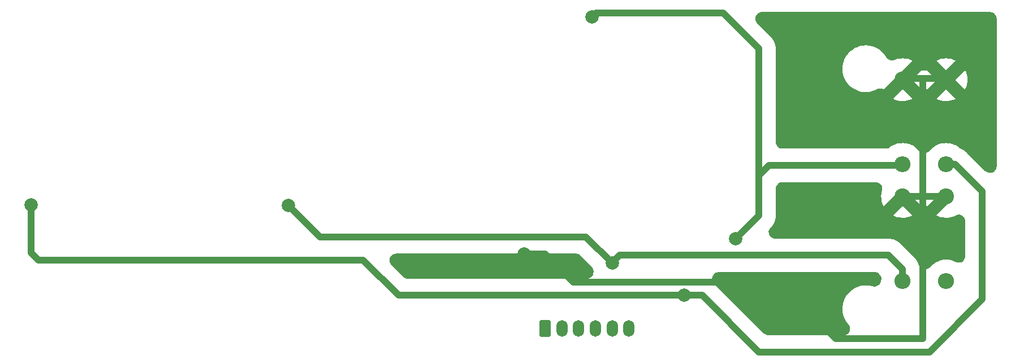
<source format=gbr>
%TF.GenerationSoftware,KiCad,Pcbnew,(6.0.7)*%
%TF.CreationDate,2022-08-16T16:18:47+02:00*%
%TF.ProjectId,MHS_Mobile_Hardware_Sampler_FSR_PCB,4d48535f-4d6f-4626-996c-655f48617264,rev?*%
%TF.SameCoordinates,Original*%
%TF.FileFunction,Copper,L2,Bot*%
%TF.FilePolarity,Positive*%
%FSLAX46Y46*%
G04 Gerber Fmt 4.6, Leading zero omitted, Abs format (unit mm)*
G04 Created by KiCad (PCBNEW (6.0.7)) date 2022-08-16 16:18:47*
%MOMM*%
%LPD*%
G01*
G04 APERTURE LIST*
G04 Aperture macros list*
%AMRoundRect*
0 Rectangle with rounded corners*
0 $1 Rounding radius*
0 $2 $3 $4 $5 $6 $7 $8 $9 X,Y pos of 4 corners*
0 Add a 4 corners polygon primitive as box body*
4,1,4,$2,$3,$4,$5,$6,$7,$8,$9,$2,$3,0*
0 Add four circle primitives for the rounded corners*
1,1,$1+$1,$2,$3*
1,1,$1+$1,$4,$5*
1,1,$1+$1,$6,$7*
1,1,$1+$1,$8,$9*
0 Add four rect primitives between the rounded corners*
20,1,$1+$1,$2,$3,$4,$5,0*
20,1,$1+$1,$4,$5,$6,$7,0*
20,1,$1+$1,$6,$7,$8,$9,0*
20,1,$1+$1,$8,$9,$2,$3,0*%
G04 Aperture macros list end*
%TA.AperFunction,ComponentPad*%
%ADD10C,2.400000*%
%TD*%
%TA.AperFunction,ComponentPad*%
%ADD11O,2.400000X2.400000*%
%TD*%
%TA.AperFunction,ComponentPad*%
%ADD12RoundRect,0.250000X-0.600000X-1.000000X0.600000X-1.000000X0.600000X1.000000X-0.600000X1.000000X0*%
%TD*%
%TA.AperFunction,ComponentPad*%
%ADD13O,1.700000X2.500000*%
%TD*%
%TA.AperFunction,ViaPad*%
%ADD14C,2.000000*%
%TD*%
%TA.AperFunction,Conductor*%
%ADD15C,1.000000*%
%TD*%
G04 APERTURE END LIST*
D10*
%TO.P,R4,1*%
%TO.N,GND*%
X210500000Y-136150000D03*
D11*
%TO.P,R4,2*%
%TO.N,Net-(H14-Pad1)*%
X210500000Y-148850000D03*
%TD*%
D10*
%TO.P,R1,1*%
%TO.N,GND*%
X204000000Y-118650000D03*
D11*
%TO.P,R1,2*%
%TO.N,Net-(H13-Pad1)*%
X204000000Y-131350000D03*
%TD*%
D12*
%TO.P,J?3=FSR4;6=FSR1,1,1*%
%TO.N,GND*%
X150500000Y-156000000D03*
D13*
%TO.P,J?3=FSR4;6=FSR1,2,2*%
%TO.N,Net-(H5V1-Pad1)*%
X153000000Y-156000000D03*
%TO.P,J?3=FSR4;6=FSR1,3,3*%
%TO.N,Net-(H14-Pad1)*%
X155500000Y-156000000D03*
%TO.P,J?3=FSR4;6=FSR1,4,4*%
%TO.N,Net-(H13-Pad1)*%
X158000000Y-156000000D03*
%TO.P,J?3=FSR4;6=FSR1,5,5*%
%TO.N,Net-(H12-Pad1)*%
X160500000Y-156000000D03*
%TO.P,J?3=FSR4;6=FSR1,6,6*%
%TO.N,Net-(H11-Pad1)*%
X163000000Y-156000000D03*
%TD*%
D10*
%TO.P,R3,1*%
%TO.N,GND*%
X204000000Y-136150000D03*
D11*
%TO.P,R3,2*%
%TO.N,Net-(H12-Pad1)*%
X204000000Y-148850000D03*
%TD*%
D10*
%TO.P,R2,1*%
%TO.N,GND*%
X210500000Y-118650000D03*
D11*
%TO.P,R2,2*%
%TO.N,Net-(H11-Pad1)*%
X210500000Y-131350000D03*
%TD*%
D14*
%TO.N,Net-(H11-Pad1)*%
X171320000Y-151000000D03*
X73500000Y-137400000D03*
%TO.N,Net-(H12-Pad1)*%
X160500000Y-146160000D03*
X112000000Y-137500000D03*
%TO.N,Net-(H13-Pad1)*%
X157480000Y-109220000D03*
X179000000Y-142500000D03*
%TO.N,GND*%
X147320000Y-144780000D03*
%TD*%
D15*
%TO.N,Net-(H11-Pad1)*%
X215900000Y-151600000D02*
X215900000Y-135400000D01*
X215900000Y-135400000D02*
X211850000Y-131350000D01*
X211850000Y-131350000D02*
X210500000Y-131350000D01*
X208000000Y-159500000D02*
X215900000Y-151600000D01*
X182500000Y-159500000D02*
X208000000Y-159500000D01*
X174000000Y-151000000D02*
X182500000Y-159500000D01*
X171320000Y-151000000D02*
X174000000Y-151000000D01*
%TO.N,GND*%
X207000000Y-157500000D02*
X207000000Y-136000000D01*
X185500000Y-149000000D02*
X194000000Y-157500000D01*
X150500000Y-144780000D02*
X154720000Y-149000000D01*
X154720000Y-149000000D02*
X185500000Y-149000000D01*
X194000000Y-157500000D02*
X207000000Y-157500000D01*
X147320000Y-144780000D02*
X150500000Y-144780000D01*
%TO.N,Net-(H11-Pad1)*%
X73500000Y-144620000D02*
X74609966Y-145729966D01*
X73500000Y-137400000D02*
X73500000Y-144620000D01*
X123229966Y-145729966D02*
X74609966Y-145729966D01*
X128500000Y-151000000D02*
X123229966Y-145729966D01*
X163000000Y-151000000D02*
X128500000Y-151000000D01*
%TO.N,Net-(H12-Pad1)*%
X160500000Y-146160000D02*
X156580000Y-142240000D01*
X156580000Y-142240000D02*
X116740000Y-142240000D01*
X116740000Y-142240000D02*
X112000000Y-137500000D01*
%TO.N,Net-(H13-Pad1)*%
X182500000Y-114000000D02*
X182500000Y-133000000D01*
X177127108Y-108627108D02*
X182500000Y-114000000D01*
X157480000Y-109220000D02*
X158072892Y-108627108D01*
X158072892Y-108627108D02*
X177127108Y-108627108D01*
%TO.N,Net-(H11-Pad1)*%
X163000000Y-151000000D02*
X164000000Y-151000000D01*
X163000000Y-151000000D02*
X171320000Y-151000000D01*
%TO.N,Net-(H12-Pad1)*%
X161660000Y-145000000D02*
X201890000Y-145000000D01*
X160500000Y-146160000D02*
X161660000Y-145000000D01*
X204000000Y-147110000D02*
X204000000Y-148850000D01*
X201890000Y-145000000D02*
X204000000Y-147110000D01*
%TO.N,Net-(H13-Pad1)*%
X182500000Y-133000000D02*
X184000000Y-131500000D01*
X203850000Y-131500000D02*
X204000000Y-131350000D01*
X182500000Y-133000000D02*
X182500000Y-139000000D01*
X182500000Y-139000000D02*
X179000000Y-142500000D01*
X184000000Y-131500000D02*
X203850000Y-131500000D01*
%TO.N,GND*%
X207000000Y-136000000D02*
X206850000Y-136150000D01*
X206850000Y-136150000D02*
X204000000Y-136150000D01*
X207000000Y-118500000D02*
X210490000Y-118500000D01*
X206850000Y-136150000D02*
X210500000Y-136150000D01*
X203990000Y-118500000D02*
X207000000Y-118500000D01*
X207000000Y-118500000D02*
X207000000Y-136000000D01*
%TD*%
%TA.AperFunction,Conductor*%
%TO.N,GND*%
G36*
X200015807Y-147520950D02*
G01*
X200208671Y-147581461D01*
X200385407Y-147679557D01*
X200538778Y-147811222D01*
X200662506Y-147971065D01*
X200751524Y-148152542D01*
X200802190Y-148348224D01*
X200811277Y-148569180D01*
X200797879Y-148760772D01*
X200763453Y-148959941D01*
X200689636Y-149148114D01*
X200579450Y-149317576D01*
X200437408Y-149461390D01*
X200269323Y-149573666D01*
X200082079Y-149649809D01*
X199883340Y-149686701D01*
X199681242Y-149682832D01*
X199486807Y-149639275D01*
X199450256Y-149627151D01*
X199450231Y-149627144D01*
X199424999Y-149618775D01*
X199060458Y-149539625D01*
X198767980Y-149508110D01*
X198709508Y-149501810D01*
X198709505Y-149501810D01*
X198689572Y-149499662D01*
X198683586Y-149499500D01*
X198406761Y-149499500D01*
X198345557Y-149502761D01*
X198154044Y-149512965D01*
X198154036Y-149512966D01*
X198127495Y-149514380D01*
X198101245Y-149518608D01*
X198101246Y-149518608D01*
X197785474Y-149569469D01*
X197785468Y-149569470D01*
X197759208Y-149573700D01*
X197399309Y-149671819D01*
X197374535Y-149681503D01*
X197076641Y-149797947D01*
X197076632Y-149797951D01*
X197051876Y-149807628D01*
X197028285Y-149819883D01*
X197028284Y-149819883D01*
X196947539Y-149861827D01*
X196720841Y-149979587D01*
X196698673Y-149994287D01*
X196698667Y-149994291D01*
X196596508Y-150062037D01*
X196409953Y-150185749D01*
X196122733Y-150423780D01*
X195862434Y-150690985D01*
X195846007Y-150711897D01*
X195846003Y-150711902D01*
X195791042Y-150781871D01*
X195632002Y-150984337D01*
X195434049Y-151300515D01*
X195422414Y-151324424D01*
X195282445Y-151612037D01*
X195282442Y-151612045D01*
X195270814Y-151635938D01*
X195144147Y-151986808D01*
X195137827Y-152012634D01*
X195137825Y-152012642D01*
X195099376Y-152169771D01*
X195055482Y-152349152D01*
X195051941Y-152375514D01*
X195051941Y-152375515D01*
X195018861Y-152621805D01*
X195005824Y-152718865D01*
X194995733Y-153091762D01*
X195025326Y-153463621D01*
X195094266Y-153830229D01*
X195201773Y-154187435D01*
X195346629Y-154531195D01*
X195359504Y-154554469D01*
X195359504Y-154554470D01*
X195436643Y-154693918D01*
X195527195Y-154857615D01*
X195741424Y-155163000D01*
X195898834Y-155343124D01*
X196015764Y-155508004D01*
X196097111Y-155693047D01*
X196139544Y-155890677D01*
X196141326Y-156092804D01*
X196102383Y-156291151D01*
X196024310Y-156477599D01*
X195910304Y-156644515D01*
X195765032Y-156785065D01*
X195594441Y-156893494D01*
X195405515Y-156965365D01*
X195205989Y-156997733D01*
X195146599Y-156999500D01*
X183949541Y-156999500D01*
X183748444Y-156979050D01*
X183555580Y-156918539D01*
X183378844Y-156820443D01*
X183243141Y-156706900D01*
X175806992Y-149270751D01*
X175785152Y-149248213D01*
X175724253Y-149183362D01*
X175601499Y-149022769D01*
X175513586Y-148840754D01*
X175464111Y-148644768D01*
X175455101Y-148442835D01*
X175486925Y-148243221D01*
X175558278Y-148054100D01*
X175666242Y-147883213D01*
X175806394Y-147737557D01*
X175972997Y-147623095D01*
X176159232Y-147544514D01*
X176357472Y-147505029D01*
X176452493Y-147500500D01*
X199814710Y-147500500D01*
X200015807Y-147520950D01*
G37*
%TD.AperFunction*%
%TA.AperFunction,Conductor*%
G36*
X155331556Y-144760950D02*
G01*
X155524420Y-144821461D01*
X155701156Y-144919557D01*
X155836859Y-145033100D01*
X157360983Y-146557224D01*
X157488720Y-146713882D01*
X157582307Y-146893045D01*
X157620884Y-147010123D01*
X157631254Y-147049650D01*
X157641519Y-147088777D01*
X157660559Y-147137611D01*
X157714554Y-147332394D01*
X157728236Y-147534064D01*
X157701042Y-147734361D01*
X157634084Y-147925083D01*
X157530106Y-148098423D01*
X157393362Y-148247284D01*
X157229453Y-148365571D01*
X157045087Y-148448443D01*
X156847814Y-148492505D01*
X156729800Y-148499500D01*
X129949541Y-148499500D01*
X129748444Y-148479050D01*
X129555580Y-148418539D01*
X129378844Y-148320443D01*
X129243141Y-148206900D01*
X127482141Y-146445900D01*
X127354404Y-146289242D01*
X127260817Y-146110079D01*
X127205210Y-145915743D01*
X127189862Y-145714193D01*
X127215399Y-145513678D01*
X127280777Y-145322409D01*
X127383319Y-145148215D01*
X127518827Y-144998228D01*
X127681753Y-144878590D01*
X127865426Y-144794197D01*
X128062329Y-144748505D01*
X128188541Y-144740500D01*
X155130459Y-144740500D01*
X155331556Y-144760950D01*
G37*
%TD.AperFunction*%
%TA.AperFunction,Conductor*%
G36*
X200162201Y-134020950D02*
G01*
X200355065Y-134081461D01*
X200531801Y-134179557D01*
X200685172Y-134311222D01*
X200808900Y-134471065D01*
X200897918Y-134652542D01*
X200948584Y-134848224D01*
X200958822Y-135050099D01*
X200928213Y-135249902D01*
X200917467Y-135288242D01*
X200892888Y-135369653D01*
X200879786Y-135423809D01*
X200825270Y-135720848D01*
X200818284Y-135776148D01*
X200797217Y-136077402D01*
X200796439Y-136133138D01*
X200809086Y-136434879D01*
X200814523Y-136490333D01*
X200860726Y-136788785D01*
X200872314Y-136843301D01*
X200951496Y-137134738D01*
X200969084Y-137187610D01*
X201080264Y-137468421D01*
X201103633Y-137518996D01*
X201119128Y-137548137D01*
X201144173Y-137585539D01*
X201168052Y-137567734D01*
X203293600Y-135442186D01*
X203450258Y-135314449D01*
X203629421Y-135220862D01*
X203823757Y-135165255D01*
X204025307Y-135149907D01*
X204225822Y-135175444D01*
X204417091Y-135240822D01*
X204591285Y-135343364D01*
X204706400Y-135442186D01*
X206823606Y-137559392D01*
X206860466Y-137589447D01*
X206934607Y-137564105D01*
X207131509Y-137518413D01*
X207333579Y-137513292D01*
X207532543Y-137548952D01*
X207621506Y-137578998D01*
X207642131Y-137587062D01*
X207668052Y-137567734D01*
X209793600Y-135442186D01*
X209950258Y-135314449D01*
X210129421Y-135220862D01*
X210323757Y-135165255D01*
X210525307Y-135149907D01*
X210725822Y-135175444D01*
X210917091Y-135240822D01*
X211091285Y-135343364D01*
X211206400Y-135442186D01*
X211207814Y-135443600D01*
X211335551Y-135600258D01*
X211429138Y-135779421D01*
X211484745Y-135973757D01*
X211500093Y-136175307D01*
X211474556Y-136375822D01*
X211409178Y-136567091D01*
X211306636Y-136741285D01*
X211207814Y-136856400D01*
X209089807Y-138974407D01*
X209061639Y-139008953D01*
X209077180Y-139020268D01*
X209080572Y-139021983D01*
X209357245Y-139142858D01*
X209409460Y-139162277D01*
X209697970Y-139251586D01*
X209752052Y-139265070D01*
X210048706Y-139321659D01*
X210103925Y-139329027D01*
X210405060Y-139352198D01*
X210460770Y-139353365D01*
X210762582Y-139342825D01*
X210818096Y-139337773D01*
X211116861Y-139293656D01*
X211171440Y-139282452D01*
X211463429Y-139205305D01*
X211516433Y-139188083D01*
X211797995Y-139078872D01*
X211848740Y-139055853D01*
X211937666Y-139009364D01*
X212125353Y-138934319D01*
X212324305Y-138898591D01*
X212526376Y-138903643D01*
X212723294Y-138949268D01*
X212906997Y-139033599D01*
X213069963Y-139153182D01*
X213205522Y-139303123D01*
X213308123Y-139477282D01*
X213373565Y-139668529D01*
X213399171Y-139869035D01*
X213399500Y-139894681D01*
X213399500Y-145101249D01*
X213379050Y-145302346D01*
X213318539Y-145495210D01*
X213220443Y-145671946D01*
X213088778Y-145825317D01*
X212928935Y-145949045D01*
X212747458Y-146038063D01*
X212551776Y-146088729D01*
X212349901Y-146098967D01*
X212150098Y-146068358D01*
X211960546Y-145998156D01*
X211945190Y-145990106D01*
X211929578Y-145982492D01*
X211905218Y-145968877D01*
X211879497Y-145958065D01*
X211879491Y-145958062D01*
X211646847Y-145860268D01*
X211575304Y-145830194D01*
X211548541Y-145822317D01*
X211548532Y-145822314D01*
X211302760Y-145749980D01*
X211231989Y-145729151D01*
X210879549Y-145667006D01*
X210702437Y-145655863D01*
X210550232Y-145646287D01*
X210550226Y-145646287D01*
X210522379Y-145644535D01*
X210314582Y-145654698D01*
X210192813Y-145660653D01*
X210192808Y-145660654D01*
X210164930Y-145662017D01*
X209811657Y-145719235D01*
X209466963Y-145815475D01*
X209356097Y-145860268D01*
X209161022Y-145939083D01*
X209161016Y-145939086D01*
X209135146Y-145949538D01*
X208820341Y-146119753D01*
X208797433Y-146135674D01*
X208797424Y-146135680D01*
X208596578Y-146275272D01*
X208526471Y-146323998D01*
X208505482Y-146342373D01*
X208505480Y-146342374D01*
X208423226Y-146414382D01*
X208257199Y-146559727D01*
X208084408Y-146748958D01*
X207933712Y-146883666D01*
X207758978Y-146985285D01*
X207567365Y-147049650D01*
X207366718Y-147074126D01*
X207165252Y-147057712D01*
X206971213Y-147001078D01*
X206792547Y-146906544D01*
X206636568Y-146777980D01*
X206509661Y-146620649D01*
X206417022Y-146440993D01*
X206406699Y-146410734D01*
X206405961Y-146411000D01*
X206371286Y-146314684D01*
X206361126Y-146285008D01*
X206339207Y-146217550D01*
X206339206Y-146217548D01*
X206329503Y-146187685D01*
X206316138Y-146159283D01*
X206313176Y-146151801D01*
X206310010Y-146144486D01*
X206299383Y-146114968D01*
X206252909Y-146023759D01*
X206239107Y-145995585D01*
X206237894Y-145993006D01*
X206195537Y-145902993D01*
X206178717Y-145876488D01*
X206174854Y-145869462D01*
X206170793Y-145862596D01*
X206156542Y-145834626D01*
X206098999Y-145749953D01*
X206081811Y-145723788D01*
X206026947Y-145637337D01*
X206006932Y-145613143D01*
X206002238Y-145606682D01*
X205997335Y-145600361D01*
X205979689Y-145574396D01*
X205958935Y-145550856D01*
X205958928Y-145550846D01*
X205911999Y-145497615D01*
X205891626Y-145473761D01*
X205846403Y-145419097D01*
X205846400Y-145419094D01*
X205826390Y-145394906D01*
X205803508Y-145373418D01*
X205803503Y-145373413D01*
X205751785Y-145324846D01*
X205729249Y-145303008D01*
X203696992Y-143270751D01*
X203675154Y-143248215D01*
X203626591Y-143196500D01*
X203626576Y-143196486D01*
X203605094Y-143173610D01*
X203526220Y-143108360D01*
X203502430Y-143088042D01*
X203425605Y-143020311D01*
X203399643Y-143002667D01*
X203393332Y-142997772D01*
X203386852Y-142993064D01*
X203362663Y-142973053D01*
X203322220Y-142947387D01*
X203276251Y-142918214D01*
X203250024Y-142900986D01*
X203191344Y-142861107D01*
X203191338Y-142861103D01*
X203165375Y-142843459D01*
X203137400Y-142829205D01*
X203130513Y-142825132D01*
X203123507Y-142821281D01*
X203097007Y-142804463D01*
X203068609Y-142791100D01*
X203068604Y-142791097D01*
X203004407Y-142760888D01*
X202976228Y-142747083D01*
X202913013Y-142714873D01*
X202913001Y-142714868D01*
X202885032Y-142700617D01*
X202855488Y-142689980D01*
X202848157Y-142686808D01*
X202840725Y-142683865D01*
X202812315Y-142670497D01*
X202782450Y-142660793D01*
X202714992Y-142638874D01*
X202685316Y-142628714D01*
X202618543Y-142604675D01*
X202618537Y-142604673D01*
X202588996Y-142594038D01*
X202558346Y-142587187D01*
X202550655Y-142584953D01*
X202542942Y-142582973D01*
X202513079Y-142573269D01*
X202412510Y-142554084D01*
X202381831Y-142547730D01*
X202281938Y-142525402D01*
X202250688Y-142522448D01*
X202242785Y-142521196D01*
X202234847Y-142520193D01*
X202204015Y-142514312D01*
X202172697Y-142512342D01*
X202172691Y-142512341D01*
X202120084Y-142509032D01*
X202101843Y-142507884D01*
X202070594Y-142505425D01*
X201968698Y-142495793D01*
X201937317Y-142496779D01*
X201937315Y-142496779D01*
X201866417Y-142499007D01*
X201835041Y-142499500D01*
X184949378Y-142499500D01*
X184748281Y-142479050D01*
X184555417Y-142418539D01*
X184378681Y-142320443D01*
X184225310Y-142188778D01*
X184101582Y-142028935D01*
X184012564Y-141847458D01*
X183961898Y-141651776D01*
X183951660Y-141449901D01*
X183982269Y-141250098D01*
X184052471Y-141060546D01*
X184159393Y-140889006D01*
X184265511Y-140772264D01*
X184303505Y-140736585D01*
X184303509Y-140736581D01*
X184326390Y-140715094D01*
X184391640Y-140636220D01*
X184411958Y-140612430D01*
X184479689Y-140535605D01*
X184497333Y-140509643D01*
X184502228Y-140503332D01*
X184506936Y-140496852D01*
X184526947Y-140472663D01*
X184581786Y-140386251D01*
X184599014Y-140360024D01*
X184638890Y-140301348D01*
X184638892Y-140301345D01*
X184656541Y-140275375D01*
X184670796Y-140247398D01*
X184674852Y-140240539D01*
X184678709Y-140233524D01*
X184695537Y-140207007D01*
X184739114Y-140114402D01*
X184752917Y-140086226D01*
X184785126Y-140023013D01*
X184785129Y-140023006D01*
X184799382Y-139995033D01*
X184810018Y-139965490D01*
X184813195Y-139958148D01*
X184816135Y-139950724D01*
X184829503Y-139922315D01*
X184851765Y-139853800D01*
X184861130Y-139824979D01*
X184871293Y-139795296D01*
X184895325Y-139728543D01*
X184895326Y-139728540D01*
X184905962Y-139698997D01*
X184912810Y-139668361D01*
X184915042Y-139660678D01*
X184917030Y-139652935D01*
X184926731Y-139623079D01*
X184938680Y-139560443D01*
X184945905Y-139522566D01*
X184952270Y-139491829D01*
X184967748Y-139422587D01*
X184967750Y-139422573D01*
X184974598Y-139391938D01*
X184977554Y-139360671D01*
X184978808Y-139352752D01*
X184979806Y-139344849D01*
X184985688Y-139314015D01*
X184989299Y-139256625D01*
X184992115Y-139211852D01*
X184994575Y-139180594D01*
X185004207Y-139078698D01*
X185002016Y-139008953D01*
X202561639Y-139008953D01*
X202577180Y-139020268D01*
X202580572Y-139021983D01*
X202857245Y-139142858D01*
X202909460Y-139162277D01*
X203197970Y-139251586D01*
X203252052Y-139265070D01*
X203548706Y-139321659D01*
X203603925Y-139329027D01*
X203905060Y-139352198D01*
X203960770Y-139353365D01*
X204262582Y-139342825D01*
X204318096Y-139337773D01*
X204616861Y-139293656D01*
X204671440Y-139282452D01*
X204963429Y-139205305D01*
X205016433Y-139188083D01*
X205297995Y-139078872D01*
X205348746Y-139055851D01*
X205397685Y-139030266D01*
X205435258Y-139005485D01*
X205418593Y-138982807D01*
X204035826Y-137600040D01*
X203999525Y-137570441D01*
X203992045Y-137574845D01*
X203973143Y-137591071D01*
X202589807Y-138974407D01*
X202561639Y-139008953D01*
X185002016Y-139008953D01*
X185001194Y-138982807D01*
X185000993Y-138976426D01*
X185000500Y-138945047D01*
X185000500Y-134999500D01*
X185020950Y-134798403D01*
X185081461Y-134605539D01*
X185179557Y-134428803D01*
X185311222Y-134275432D01*
X185471065Y-134151704D01*
X185652542Y-134062686D01*
X185848224Y-134012020D01*
X185999500Y-134000500D01*
X199961104Y-134000500D01*
X200162201Y-134020950D01*
G37*
%TD.AperFunction*%
%TA.AperFunction,Conductor*%
G36*
X217281597Y-108520950D02*
G01*
X217474461Y-108581461D01*
X217651197Y-108679557D01*
X217804568Y-108811222D01*
X217928296Y-108971065D01*
X218017314Y-109152542D01*
X218067980Y-109348224D01*
X218079500Y-109499500D01*
X218079500Y-131631459D01*
X218059050Y-131832556D01*
X217998539Y-132025420D01*
X217900443Y-132202156D01*
X217768778Y-132355527D01*
X217608935Y-132479255D01*
X217427458Y-132568273D01*
X217231776Y-132618939D01*
X217029901Y-132629177D01*
X216830098Y-132598568D01*
X216640546Y-132528366D01*
X216469006Y-132421444D01*
X216374100Y-132337859D01*
X213656992Y-129620751D01*
X213635154Y-129598215D01*
X213586591Y-129546500D01*
X213586576Y-129546486D01*
X213565094Y-129523610D01*
X213486220Y-129458360D01*
X213462430Y-129438042D01*
X213385605Y-129370311D01*
X213359643Y-129352667D01*
X213353332Y-129347772D01*
X213346852Y-129343064D01*
X213322663Y-129323053D01*
X213282220Y-129297387D01*
X213236251Y-129268214D01*
X213210024Y-129250986D01*
X213151344Y-129211107D01*
X213151338Y-129211103D01*
X213125375Y-129193459D01*
X213097400Y-129179205D01*
X213090513Y-129175132D01*
X213083507Y-129171281D01*
X213057007Y-129154463D01*
X213028609Y-129141100D01*
X213028604Y-129141097D01*
X212964407Y-129110888D01*
X212936228Y-129097083D01*
X212873013Y-129064873D01*
X212873001Y-129064868D01*
X212845032Y-129050617D01*
X212815493Y-129039982D01*
X212808151Y-129036805D01*
X212807041Y-129036366D01*
X212806192Y-129035926D01*
X212800845Y-129033511D01*
X212793756Y-129030575D01*
X212793459Y-129030447D01*
X212786770Y-129027299D01*
X212786822Y-129027179D01*
X212779232Y-129023752D01*
X212772273Y-129020477D01*
X212773079Y-129018763D01*
X212627580Y-128943349D01*
X212548693Y-128886029D01*
X212529341Y-128870470D01*
X212508605Y-128851799D01*
X212485916Y-128835555D01*
X212485912Y-128835552D01*
X212240312Y-128659720D01*
X212217616Y-128643471D01*
X211905218Y-128468877D01*
X211879497Y-128458065D01*
X211879491Y-128458062D01*
X211616373Y-128347458D01*
X211575304Y-128330194D01*
X211548541Y-128322317D01*
X211548532Y-128322314D01*
X211323958Y-128256219D01*
X211231989Y-128229151D01*
X210879549Y-128167006D01*
X210702437Y-128155863D01*
X210550232Y-128146287D01*
X210550226Y-128146287D01*
X210522379Y-128144535D01*
X210314582Y-128154698D01*
X210192813Y-128160653D01*
X210192808Y-128160654D01*
X210164930Y-128162017D01*
X209811657Y-128219235D01*
X209466963Y-128315475D01*
X209345339Y-128364614D01*
X209161022Y-128439083D01*
X209161016Y-128439086D01*
X209135146Y-128449538D01*
X208820341Y-128619753D01*
X208797433Y-128635674D01*
X208797424Y-128635680D01*
X208596578Y-128775272D01*
X208526471Y-128823998D01*
X208257199Y-129059727D01*
X208015882Y-129324003D01*
X208014231Y-129326276D01*
X207881069Y-129459404D01*
X207712278Y-129570616D01*
X207524556Y-129645573D01*
X207325587Y-129681208D01*
X207123519Y-129676062D01*
X206926622Y-129630345D01*
X206742959Y-129545929D01*
X206580048Y-129426269D01*
X206502806Y-129348345D01*
X206293086Y-129112131D01*
X206293083Y-129112128D01*
X206274560Y-129091265D01*
X206082728Y-128918539D01*
X206029352Y-128870479D01*
X206029346Y-128870474D01*
X206008605Y-128851799D01*
X205964808Y-128820443D01*
X205740312Y-128659720D01*
X205717616Y-128643471D01*
X205405218Y-128468877D01*
X205379497Y-128458065D01*
X205379491Y-128458062D01*
X205116373Y-128347458D01*
X205075304Y-128330194D01*
X205048541Y-128322317D01*
X205048532Y-128322314D01*
X204823958Y-128256219D01*
X204731989Y-128229151D01*
X204379549Y-128167006D01*
X204202437Y-128155863D01*
X204050232Y-128146287D01*
X204050226Y-128146287D01*
X204022379Y-128144535D01*
X203814582Y-128154698D01*
X203692813Y-128160653D01*
X203692808Y-128160654D01*
X203664930Y-128162017D01*
X203311657Y-128219235D01*
X202966963Y-128315475D01*
X202845339Y-128364614D01*
X202661022Y-128439083D01*
X202661016Y-128439086D01*
X202635146Y-128449538D01*
X202320341Y-128619753D01*
X202297433Y-128635674D01*
X202297424Y-128635680D01*
X202031032Y-128820828D01*
X201854230Y-128918805D01*
X201661325Y-128979186D01*
X201460889Y-128999500D01*
X185999500Y-128999500D01*
X185798403Y-128979050D01*
X185605539Y-128918539D01*
X185428803Y-128820443D01*
X185275432Y-128688778D01*
X185151704Y-128528935D01*
X185062686Y-128347458D01*
X185012020Y-128151776D01*
X185000500Y-128000500D01*
X185000500Y-121508953D01*
X202561639Y-121508953D01*
X202577180Y-121520268D01*
X202580572Y-121521983D01*
X202857245Y-121642858D01*
X202909460Y-121662277D01*
X203197970Y-121751586D01*
X203252052Y-121765070D01*
X203548706Y-121821659D01*
X203603925Y-121829027D01*
X203905060Y-121852198D01*
X203960770Y-121853365D01*
X204262582Y-121842825D01*
X204318096Y-121837773D01*
X204616861Y-121793656D01*
X204671440Y-121782452D01*
X204963429Y-121705305D01*
X205016433Y-121688083D01*
X205297995Y-121578872D01*
X205348746Y-121555851D01*
X205397685Y-121530266D01*
X205430000Y-121508953D01*
X209061639Y-121508953D01*
X209077180Y-121520268D01*
X209080572Y-121521983D01*
X209357245Y-121642858D01*
X209409460Y-121662277D01*
X209697970Y-121751586D01*
X209752052Y-121765070D01*
X210048706Y-121821659D01*
X210103925Y-121829027D01*
X210405060Y-121852198D01*
X210460770Y-121853365D01*
X210762582Y-121842825D01*
X210818096Y-121837773D01*
X211116861Y-121793656D01*
X211171440Y-121782452D01*
X211463429Y-121705305D01*
X211516433Y-121688083D01*
X211797995Y-121578872D01*
X211848746Y-121555851D01*
X211897685Y-121530266D01*
X211935258Y-121505485D01*
X211918593Y-121482807D01*
X210535826Y-120100040D01*
X210499525Y-120070441D01*
X210492045Y-120074845D01*
X210473143Y-120091071D01*
X209089807Y-121474407D01*
X209061639Y-121508953D01*
X205430000Y-121508953D01*
X205435258Y-121505485D01*
X205418593Y-121482807D01*
X204035826Y-120100040D01*
X203999525Y-120070441D01*
X203992045Y-120074845D01*
X203973143Y-120091071D01*
X202589807Y-121474407D01*
X202561639Y-121508953D01*
X185000500Y-121508953D01*
X185000500Y-117091762D01*
X194995733Y-117091762D01*
X195025326Y-117463621D01*
X195094266Y-117830229D01*
X195201773Y-118187435D01*
X195346629Y-118531195D01*
X195359504Y-118554469D01*
X195359504Y-118554470D01*
X195421995Y-118667438D01*
X195527195Y-118857615D01*
X195741424Y-119163000D01*
X195758929Y-119183031D01*
X195758933Y-119183036D01*
X195969397Y-119423870D01*
X195969403Y-119423876D01*
X195986893Y-119443890D01*
X196260820Y-119697106D01*
X196560104Y-119919779D01*
X196881355Y-120109388D01*
X197220936Y-120263786D01*
X197575001Y-120381225D01*
X197939542Y-120460375D01*
X198232020Y-120491890D01*
X198290492Y-120498190D01*
X198290495Y-120498190D01*
X198310428Y-120500338D01*
X198316414Y-120500500D01*
X198593239Y-120500500D01*
X198654443Y-120497239D01*
X198845956Y-120487035D01*
X198845964Y-120487034D01*
X198872505Y-120485620D01*
X198955104Y-120472316D01*
X199214526Y-120430531D01*
X199214532Y-120430530D01*
X199240792Y-120426300D01*
X199600691Y-120328181D01*
X199744017Y-120272156D01*
X199923359Y-120202053D01*
X199923368Y-120202049D01*
X199948124Y-120192372D01*
X199971716Y-120180117D01*
X199971723Y-120180114D01*
X200185829Y-120068894D01*
X200373712Y-119994340D01*
X200572756Y-119959133D01*
X200774814Y-119964714D01*
X200971611Y-120010854D01*
X201105468Y-120072728D01*
X201142130Y-120087062D01*
X201168052Y-120067734D01*
X202585311Y-118650475D01*
X205420441Y-118650475D01*
X205424845Y-118657955D01*
X205441071Y-118676857D01*
X206823606Y-120059392D01*
X206860466Y-120089447D01*
X206934607Y-120064105D01*
X207131509Y-120018413D01*
X207333579Y-120013292D01*
X207532543Y-120048952D01*
X207621506Y-120078998D01*
X207642131Y-120087062D01*
X207668052Y-120067734D01*
X209049960Y-118685826D01*
X209078784Y-118650475D01*
X211920441Y-118650475D01*
X211924845Y-118657955D01*
X211941071Y-118676857D01*
X213323606Y-120059392D01*
X213358492Y-120087838D01*
X213368334Y-120074434D01*
X213370932Y-120069390D01*
X213484804Y-119813629D01*
X213504594Y-119761533D01*
X213595913Y-119473658D01*
X213609771Y-119419686D01*
X213668431Y-119123429D01*
X213676185Y-119068255D01*
X213702335Y-118756844D01*
X213704035Y-118722077D01*
X213704798Y-118667438D01*
X213704068Y-118632576D01*
X213686626Y-118320612D01*
X213680413Y-118265213D01*
X213630049Y-117967443D01*
X213617703Y-117913102D01*
X213534458Y-117622792D01*
X213516131Y-117570166D01*
X213401051Y-117290961D01*
X213380122Y-117247278D01*
X213356852Y-117213555D01*
X213330202Y-117234012D01*
X211950040Y-118614174D01*
X211920441Y-118650475D01*
X209078784Y-118650475D01*
X209079559Y-118649525D01*
X209075155Y-118642045D01*
X209058929Y-118623143D01*
X207676446Y-117240660D01*
X207639586Y-117210605D01*
X207567923Y-117235100D01*
X207371021Y-117280792D01*
X207168951Y-117285913D01*
X206969987Y-117250253D01*
X206894049Y-117225195D01*
X206858873Y-117212005D01*
X206830202Y-117234012D01*
X205450040Y-118614174D01*
X205420441Y-118650475D01*
X202585311Y-118650475D01*
X205408598Y-115827188D01*
X205435890Y-115793717D01*
X209064064Y-115793717D01*
X209083122Y-115818908D01*
X210464174Y-117199960D01*
X210500475Y-117229559D01*
X210507955Y-117225155D01*
X210526857Y-117208929D01*
X211908598Y-115827188D01*
X211937044Y-115792302D01*
X211914287Y-115775591D01*
X211879268Y-115758511D01*
X211600859Y-115641479D01*
X211548363Y-115622786D01*
X211258639Y-115537516D01*
X211204399Y-115524794D01*
X210906963Y-115472348D01*
X210851650Y-115465752D01*
X210550227Y-115446788D01*
X210494496Y-115446400D01*
X210192854Y-115461153D01*
X210137434Y-115466978D01*
X209839315Y-115515262D01*
X209784883Y-115527229D01*
X209494014Y-115608442D01*
X209441246Y-115626405D01*
X209161234Y-115739537D01*
X209110805Y-115763267D01*
X209101291Y-115768411D01*
X209064064Y-115793717D01*
X205435890Y-115793717D01*
X205437044Y-115792302D01*
X205414287Y-115775591D01*
X205379268Y-115758511D01*
X205100859Y-115641479D01*
X205048363Y-115622786D01*
X204758639Y-115537516D01*
X204704399Y-115524794D01*
X204406963Y-115472348D01*
X204351650Y-115465752D01*
X204050227Y-115446788D01*
X203994496Y-115446400D01*
X203692854Y-115461153D01*
X203637434Y-115466978D01*
X203339315Y-115515262D01*
X203284883Y-115527229D01*
X202994014Y-115608442D01*
X202941237Y-115626408D01*
X202780084Y-115691518D01*
X202585969Y-115747890D01*
X202384480Y-115764033D01*
X202183867Y-115739287D01*
X201992341Y-115674663D01*
X201817744Y-115572809D01*
X201667225Y-115437893D01*
X201546945Y-115275440D01*
X201531683Y-115248822D01*
X201485681Y-115165660D01*
X201485673Y-115165647D01*
X201472805Y-115142385D01*
X201258576Y-114837000D01*
X201176553Y-114743141D01*
X201030603Y-114576130D01*
X201030597Y-114576124D01*
X201013107Y-114556110D01*
X200739180Y-114302894D01*
X200439896Y-114080221D01*
X200223807Y-113952681D01*
X200141540Y-113904125D01*
X200141539Y-113904124D01*
X200118645Y-113890612D01*
X199779064Y-113736214D01*
X199424999Y-113618775D01*
X199060458Y-113539625D01*
X198767980Y-113508110D01*
X198709508Y-113501810D01*
X198709505Y-113501810D01*
X198689572Y-113499662D01*
X198683586Y-113499500D01*
X198406761Y-113499500D01*
X198345557Y-113502761D01*
X198154044Y-113512965D01*
X198154036Y-113512966D01*
X198127495Y-113514380D01*
X198101245Y-113518608D01*
X198101246Y-113518608D01*
X197785474Y-113569469D01*
X197785468Y-113569470D01*
X197759208Y-113573700D01*
X197399309Y-113671819D01*
X197374535Y-113681503D01*
X197076641Y-113797947D01*
X197076632Y-113797951D01*
X197051876Y-113807628D01*
X196720841Y-113979587D01*
X196698673Y-113994287D01*
X196698667Y-113994291D01*
X196630807Y-114039292D01*
X196409953Y-114185749D01*
X196122733Y-114423780D01*
X195862434Y-114690985D01*
X195846007Y-114711897D01*
X195846003Y-114711902D01*
X195763476Y-114816964D01*
X195632002Y-114984337D01*
X195434049Y-115300515D01*
X195422414Y-115324424D01*
X195282445Y-115612037D01*
X195282442Y-115612045D01*
X195270814Y-115635938D01*
X195144147Y-115986808D01*
X195137827Y-116012634D01*
X195137825Y-116012642D01*
X195099376Y-116169771D01*
X195055482Y-116349152D01*
X195051941Y-116375514D01*
X195051941Y-116375515D01*
X195030335Y-116536379D01*
X195005824Y-116718865D01*
X194995733Y-117091762D01*
X185000500Y-117091762D01*
X185000500Y-114054984D01*
X185000993Y-114023605D01*
X185003222Y-113952681D01*
X185003222Y-113952679D01*
X185004208Y-113921302D01*
X184994574Y-113819385D01*
X184992114Y-113788128D01*
X184987659Y-113717320D01*
X184985688Y-113685985D01*
X184979806Y-113655148D01*
X184978803Y-113647210D01*
X184977552Y-113639314D01*
X184974598Y-113608062D01*
X184952270Y-113508169D01*
X184945916Y-113477490D01*
X184926731Y-113376921D01*
X184917027Y-113347058D01*
X184915047Y-113339345D01*
X184912813Y-113331654D01*
X184905962Y-113301004D01*
X184895325Y-113271457D01*
X184871286Y-113204684D01*
X184861126Y-113175008D01*
X184839207Y-113107550D01*
X184839206Y-113107548D01*
X184829503Y-113077685D01*
X184816138Y-113049283D01*
X184813176Y-113041801D01*
X184810010Y-113034486D01*
X184799383Y-113004968D01*
X184752909Y-112913759D01*
X184739107Y-112885585D01*
X184708902Y-112821395D01*
X184708901Y-112821394D01*
X184695537Y-112792993D01*
X184678715Y-112766485D01*
X184674857Y-112759468D01*
X184670797Y-112752603D01*
X184656542Y-112724626D01*
X184599010Y-112639971D01*
X184581775Y-112613733D01*
X184543770Y-112553846D01*
X184543769Y-112553845D01*
X184526947Y-112527337D01*
X184506939Y-112503152D01*
X184502227Y-112496666D01*
X184497329Y-112490352D01*
X184479689Y-112464395D01*
X184411958Y-112387570D01*
X184391640Y-112363780D01*
X184326390Y-112284906D01*
X184303514Y-112263424D01*
X184303500Y-112263409D01*
X184251785Y-112214846D01*
X184229249Y-112193008D01*
X182242141Y-110205900D01*
X182114404Y-110049242D01*
X182020817Y-109870079D01*
X181965210Y-109675743D01*
X181949862Y-109474193D01*
X181975399Y-109273678D01*
X182040777Y-109082409D01*
X182143319Y-108908215D01*
X182278827Y-108758228D01*
X182441753Y-108638590D01*
X182625426Y-108554197D01*
X182822329Y-108508505D01*
X182948541Y-108500500D01*
X217080500Y-108500500D01*
X217281597Y-108520950D01*
G37*
%TD.AperFunction*%
%TD*%
M02*

</source>
